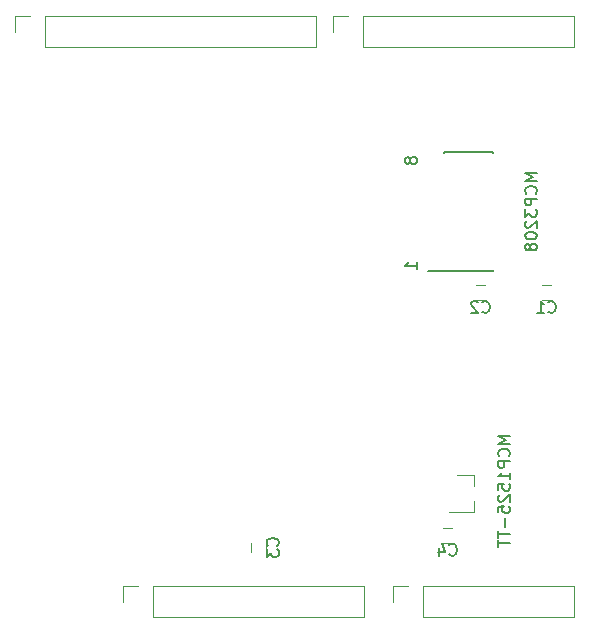
<source format=gbr>
%TF.GenerationSoftware,KiCad,Pcbnew,(5.1.6-0-10_14)*%
%TF.CreationDate,2022-12-11T12:30:35+09:00*%
%TF.ProjectId,MuxReadoutBoard,4d757852-6561-4646-9f75-74426f617264,rev?*%
%TF.SameCoordinates,Original*%
%TF.FileFunction,Legend,Bot*%
%TF.FilePolarity,Positive*%
%FSLAX46Y46*%
G04 Gerber Fmt 4.6, Leading zero omitted, Abs format (unit mm)*
G04 Created by KiCad (PCBNEW (5.1.6-0-10_14)) date 2022-12-11 12:30:35*
%MOMM*%
%LPD*%
G01*
G04 APERTURE LIST*
%ADD10C,0.150000*%
%ADD11C,0.120000*%
G04 APERTURE END LIST*
D10*
X152534952Y-112426761D02*
X152487333Y-112331523D01*
X152439714Y-112283904D01*
X152344476Y-112236285D01*
X152296857Y-112236285D01*
X152201619Y-112283904D01*
X152154000Y-112331523D01*
X152106380Y-112426761D01*
X152106380Y-112617238D01*
X152154000Y-112712476D01*
X152201619Y-112760095D01*
X152296857Y-112807714D01*
X152344476Y-112807714D01*
X152439714Y-112760095D01*
X152487333Y-112712476D01*
X152534952Y-112617238D01*
X152534952Y-112426761D01*
X152582571Y-112331523D01*
X152630190Y-112283904D01*
X152725428Y-112236285D01*
X152915904Y-112236285D01*
X153011142Y-112283904D01*
X153058761Y-112331523D01*
X153106380Y-112426761D01*
X153106380Y-112617238D01*
X153058761Y-112712476D01*
X153011142Y-112760095D01*
X152915904Y-112807714D01*
X152725428Y-112807714D01*
X152630190Y-112760095D01*
X152582571Y-112712476D01*
X152534952Y-112617238D01*
X153106380Y-121697714D02*
X153106380Y-121126285D01*
X153106380Y-121412000D02*
X152106380Y-121412000D01*
X152249238Y-121316761D01*
X152344476Y-121221523D01*
X152392095Y-121126285D01*
D11*
%TO.C,U2*%
X157986000Y-139136000D02*
X157986000Y-140066000D01*
X157986000Y-142296000D02*
X157986000Y-141366000D01*
X157986000Y-142296000D02*
X155826000Y-142296000D01*
X157986000Y-139136000D02*
X156526000Y-139136000D01*
%TO.C,C1*%
X163734000Y-124298000D02*
X164434000Y-124298000D01*
X164434000Y-123098000D02*
X163734000Y-123098000D01*
%TO.C,J5*%
X128210000Y-148530000D02*
X128210000Y-149860000D01*
X129540000Y-148530000D02*
X128210000Y-148530000D01*
X130810000Y-148530000D02*
X130810000Y-151190000D01*
X130810000Y-151190000D02*
X148650000Y-151190000D01*
X130810000Y-148530000D02*
X148650000Y-148530000D01*
X148650000Y-148530000D02*
X148650000Y-151190000D01*
D10*
%TO.C,U1*%
X155405000Y-121890000D02*
X154030000Y-121890000D01*
X155405000Y-111765000D02*
X159555000Y-111765000D01*
X155405000Y-121915000D02*
X159555000Y-121915000D01*
X155405000Y-111765000D02*
X155405000Y-111870000D01*
X159555000Y-111765000D02*
X159555000Y-111870000D01*
X159555000Y-121915000D02*
X159555000Y-121810000D01*
X155405000Y-121915000D02*
X155405000Y-121890000D01*
D11*
%TO.C,J3*%
X144586000Y-100270000D02*
X144586000Y-102930000D01*
X121666000Y-100270000D02*
X144586000Y-100270000D01*
X121666000Y-102930000D02*
X144586000Y-102930000D01*
X121666000Y-100270000D02*
X121666000Y-102930000D01*
X120396000Y-100270000D02*
X119066000Y-100270000D01*
X119066000Y-100270000D02*
X119066000Y-101600000D01*
%TO.C,J4*%
X166430000Y-100270000D02*
X166430000Y-102930000D01*
X148590000Y-100270000D02*
X166430000Y-100270000D01*
X148590000Y-102930000D02*
X166430000Y-102930000D01*
X148590000Y-100270000D02*
X148590000Y-102930000D01*
X147320000Y-100270000D02*
X145990000Y-100270000D01*
X145990000Y-100270000D02*
X145990000Y-101600000D01*
%TO.C,J6*%
X166430000Y-148530000D02*
X166430000Y-151190000D01*
X153670000Y-148530000D02*
X166430000Y-148530000D01*
X153670000Y-151190000D02*
X166430000Y-151190000D01*
X153670000Y-148530000D02*
X153670000Y-151190000D01*
X152400000Y-148530000D02*
X151070000Y-148530000D01*
X151070000Y-148530000D02*
X151070000Y-149860000D01*
%TO.C,C2*%
X158846000Y-123098000D02*
X158146000Y-123098000D01*
X158146000Y-124298000D02*
X158846000Y-124298000D01*
%TO.C,C3*%
X140300000Y-145638000D02*
X140300000Y-144938000D01*
X139100000Y-144938000D02*
X139100000Y-145638000D01*
%TO.C,C4*%
X155352000Y-144872000D02*
X156052000Y-144872000D01*
X156052000Y-143672000D02*
X155352000Y-143672000D01*
%TO.C,U2*%
D10*
X160980380Y-135842952D02*
X159980380Y-135842952D01*
X160694666Y-136176285D01*
X159980380Y-136509619D01*
X160980380Y-136509619D01*
X160885142Y-137557238D02*
X160932761Y-137509619D01*
X160980380Y-137366761D01*
X160980380Y-137271523D01*
X160932761Y-137128666D01*
X160837523Y-137033428D01*
X160742285Y-136985809D01*
X160551809Y-136938190D01*
X160408952Y-136938190D01*
X160218476Y-136985809D01*
X160123238Y-137033428D01*
X160028000Y-137128666D01*
X159980380Y-137271523D01*
X159980380Y-137366761D01*
X160028000Y-137509619D01*
X160075619Y-137557238D01*
X160980380Y-137985809D02*
X159980380Y-137985809D01*
X159980380Y-138366761D01*
X160028000Y-138462000D01*
X160075619Y-138509619D01*
X160170857Y-138557238D01*
X160313714Y-138557238D01*
X160408952Y-138509619D01*
X160456571Y-138462000D01*
X160504190Y-138366761D01*
X160504190Y-137985809D01*
X160980380Y-139509619D02*
X160980380Y-138938190D01*
X160980380Y-139223904D02*
X159980380Y-139223904D01*
X160123238Y-139128666D01*
X160218476Y-139033428D01*
X160266095Y-138938190D01*
X159980380Y-140414380D02*
X159980380Y-139938190D01*
X160456571Y-139890571D01*
X160408952Y-139938190D01*
X160361333Y-140033428D01*
X160361333Y-140271523D01*
X160408952Y-140366761D01*
X160456571Y-140414380D01*
X160551809Y-140462000D01*
X160789904Y-140462000D01*
X160885142Y-140414380D01*
X160932761Y-140366761D01*
X160980380Y-140271523D01*
X160980380Y-140033428D01*
X160932761Y-139938190D01*
X160885142Y-139890571D01*
X160075619Y-140842952D02*
X160028000Y-140890571D01*
X159980380Y-140985809D01*
X159980380Y-141223904D01*
X160028000Y-141319142D01*
X160075619Y-141366761D01*
X160170857Y-141414380D01*
X160266095Y-141414380D01*
X160408952Y-141366761D01*
X160980380Y-140795333D01*
X160980380Y-141414380D01*
X159980380Y-142319142D02*
X159980380Y-141842952D01*
X160456571Y-141795333D01*
X160408952Y-141842952D01*
X160361333Y-141938190D01*
X160361333Y-142176285D01*
X160408952Y-142271523D01*
X160456571Y-142319142D01*
X160551809Y-142366761D01*
X160789904Y-142366761D01*
X160885142Y-142319142D01*
X160932761Y-142271523D01*
X160980380Y-142176285D01*
X160980380Y-141938190D01*
X160932761Y-141842952D01*
X160885142Y-141795333D01*
X160599428Y-142795333D02*
X160599428Y-143557238D01*
X159980380Y-143890571D02*
X159980380Y-144462000D01*
X160980380Y-144176285D02*
X159980380Y-144176285D01*
X159980380Y-144652476D02*
X159980380Y-145223904D01*
X160980380Y-144938190D02*
X159980380Y-144938190D01*
%TO.C,C1*%
X164250666Y-125325142D02*
X164298285Y-125372761D01*
X164441142Y-125420380D01*
X164536380Y-125420380D01*
X164679238Y-125372761D01*
X164774476Y-125277523D01*
X164822095Y-125182285D01*
X164869714Y-124991809D01*
X164869714Y-124848952D01*
X164822095Y-124658476D01*
X164774476Y-124563238D01*
X164679238Y-124468000D01*
X164536380Y-124420380D01*
X164441142Y-124420380D01*
X164298285Y-124468000D01*
X164250666Y-124515619D01*
X163298285Y-125420380D02*
X163869714Y-125420380D01*
X163584000Y-125420380D02*
X163584000Y-124420380D01*
X163679238Y-124563238D01*
X163774476Y-124658476D01*
X163869714Y-124706095D01*
%TO.C,U1*%
X163266380Y-113601904D02*
X162266380Y-113601904D01*
X162980666Y-113935238D01*
X162266380Y-114268571D01*
X163266380Y-114268571D01*
X163171142Y-115316190D02*
X163218761Y-115268571D01*
X163266380Y-115125714D01*
X163266380Y-115030476D01*
X163218761Y-114887619D01*
X163123523Y-114792380D01*
X163028285Y-114744761D01*
X162837809Y-114697142D01*
X162694952Y-114697142D01*
X162504476Y-114744761D01*
X162409238Y-114792380D01*
X162314000Y-114887619D01*
X162266380Y-115030476D01*
X162266380Y-115125714D01*
X162314000Y-115268571D01*
X162361619Y-115316190D01*
X163266380Y-115744761D02*
X162266380Y-115744761D01*
X162266380Y-116125714D01*
X162314000Y-116220952D01*
X162361619Y-116268571D01*
X162456857Y-116316190D01*
X162599714Y-116316190D01*
X162694952Y-116268571D01*
X162742571Y-116220952D01*
X162790190Y-116125714D01*
X162790190Y-115744761D01*
X162266380Y-116649523D02*
X162266380Y-117268571D01*
X162647333Y-116935238D01*
X162647333Y-117078095D01*
X162694952Y-117173333D01*
X162742571Y-117220952D01*
X162837809Y-117268571D01*
X163075904Y-117268571D01*
X163171142Y-117220952D01*
X163218761Y-117173333D01*
X163266380Y-117078095D01*
X163266380Y-116792380D01*
X163218761Y-116697142D01*
X163171142Y-116649523D01*
X162361619Y-117649523D02*
X162314000Y-117697142D01*
X162266380Y-117792380D01*
X162266380Y-118030476D01*
X162314000Y-118125714D01*
X162361619Y-118173333D01*
X162456857Y-118220952D01*
X162552095Y-118220952D01*
X162694952Y-118173333D01*
X163266380Y-117601904D01*
X163266380Y-118220952D01*
X162266380Y-118840000D02*
X162266380Y-118935238D01*
X162314000Y-119030476D01*
X162361619Y-119078095D01*
X162456857Y-119125714D01*
X162647333Y-119173333D01*
X162885428Y-119173333D01*
X163075904Y-119125714D01*
X163171142Y-119078095D01*
X163218761Y-119030476D01*
X163266380Y-118935238D01*
X163266380Y-118840000D01*
X163218761Y-118744761D01*
X163171142Y-118697142D01*
X163075904Y-118649523D01*
X162885428Y-118601904D01*
X162647333Y-118601904D01*
X162456857Y-118649523D01*
X162361619Y-118697142D01*
X162314000Y-118744761D01*
X162266380Y-118840000D01*
X162694952Y-119744761D02*
X162647333Y-119649523D01*
X162599714Y-119601904D01*
X162504476Y-119554285D01*
X162456857Y-119554285D01*
X162361619Y-119601904D01*
X162314000Y-119649523D01*
X162266380Y-119744761D01*
X162266380Y-119935238D01*
X162314000Y-120030476D01*
X162361619Y-120078095D01*
X162456857Y-120125714D01*
X162504476Y-120125714D01*
X162599714Y-120078095D01*
X162647333Y-120030476D01*
X162694952Y-119935238D01*
X162694952Y-119744761D01*
X162742571Y-119649523D01*
X162790190Y-119601904D01*
X162885428Y-119554285D01*
X163075904Y-119554285D01*
X163171142Y-119601904D01*
X163218761Y-119649523D01*
X163266380Y-119744761D01*
X163266380Y-119935238D01*
X163218761Y-120030476D01*
X163171142Y-120078095D01*
X163075904Y-120125714D01*
X162885428Y-120125714D01*
X162790190Y-120078095D01*
X162742571Y-120030476D01*
X162694952Y-119935238D01*
%TO.C,C2*%
X158662666Y-125325142D02*
X158710285Y-125372761D01*
X158853142Y-125420380D01*
X158948380Y-125420380D01*
X159091238Y-125372761D01*
X159186476Y-125277523D01*
X159234095Y-125182285D01*
X159281714Y-124991809D01*
X159281714Y-124848952D01*
X159234095Y-124658476D01*
X159186476Y-124563238D01*
X159091238Y-124468000D01*
X158948380Y-124420380D01*
X158853142Y-124420380D01*
X158710285Y-124468000D01*
X158662666Y-124515619D01*
X158281714Y-124515619D02*
X158234095Y-124468000D01*
X158138857Y-124420380D01*
X157900761Y-124420380D01*
X157805523Y-124468000D01*
X157757904Y-124515619D01*
X157710285Y-124610857D01*
X157710285Y-124706095D01*
X157757904Y-124848952D01*
X158329333Y-125420380D01*
X157710285Y-125420380D01*
%TO.C,C3*%
X141307142Y-145121333D02*
X141354761Y-145073714D01*
X141402380Y-144930857D01*
X141402380Y-144835619D01*
X141354761Y-144692761D01*
X141259523Y-144597523D01*
X141164285Y-144549904D01*
X140973809Y-144502285D01*
X140830952Y-144502285D01*
X140640476Y-144549904D01*
X140545238Y-144597523D01*
X140450000Y-144692761D01*
X140402380Y-144835619D01*
X140402380Y-144930857D01*
X140450000Y-145073714D01*
X140497619Y-145121333D01*
X140402380Y-145454666D02*
X140402380Y-146073714D01*
X140783333Y-145740380D01*
X140783333Y-145883238D01*
X140830952Y-145978476D01*
X140878571Y-146026095D01*
X140973809Y-146073714D01*
X141211904Y-146073714D01*
X141307142Y-146026095D01*
X141354761Y-145978476D01*
X141402380Y-145883238D01*
X141402380Y-145597523D01*
X141354761Y-145502285D01*
X141307142Y-145454666D01*
%TO.C,C4*%
X155868666Y-145879142D02*
X155916285Y-145926761D01*
X156059142Y-145974380D01*
X156154380Y-145974380D01*
X156297238Y-145926761D01*
X156392476Y-145831523D01*
X156440095Y-145736285D01*
X156487714Y-145545809D01*
X156487714Y-145402952D01*
X156440095Y-145212476D01*
X156392476Y-145117238D01*
X156297238Y-145022000D01*
X156154380Y-144974380D01*
X156059142Y-144974380D01*
X155916285Y-145022000D01*
X155868666Y-145069619D01*
X155011523Y-145307714D02*
X155011523Y-145974380D01*
X155249619Y-144926761D02*
X155487714Y-145641047D01*
X154868666Y-145641047D01*
%TD*%
M02*

</source>
